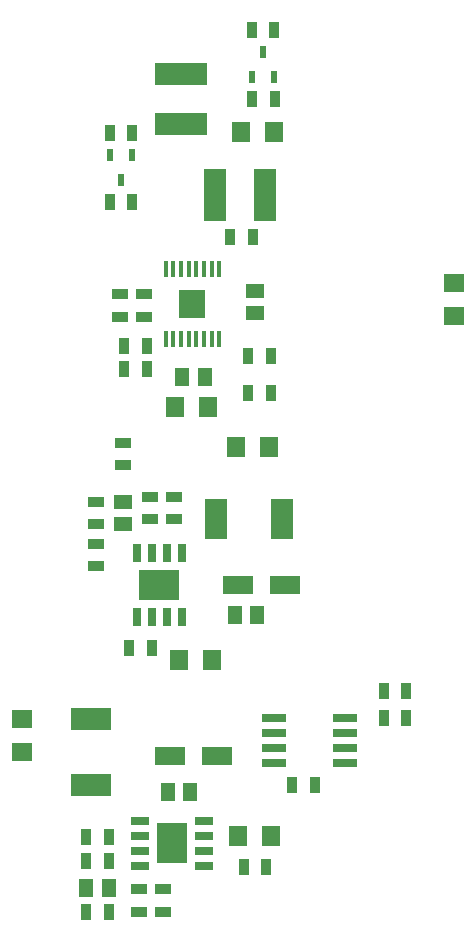
<source format=gbr>
%TF.GenerationSoftware,KiCad,Pcbnew,5.1.10-88a1d61d58~90~ubuntu20.04.1*%
%TF.CreationDate,2021-10-22T14:45:26-03:00*%
%TF.ProjectId,IAuto,49417574-6f2e-46b6-9963-61645f706362,rev?*%
%TF.SameCoordinates,Original*%
%TF.FileFunction,Paste,Top*%
%TF.FilePolarity,Positive*%
%FSLAX46Y46*%
G04 Gerber Fmt 4.6, Leading zero omitted, Abs format (unit mm)*
G04 Created by KiCad (PCBNEW 5.1.10-88a1d61d58~90~ubuntu20.04.1) date 2021-10-22 14:45:26*
%MOMM*%
%LPD*%
G01*
G04 APERTURE LIST*
%ADD10R,1.900000X4.440000*%
%ADD11R,0.450000X1.475000*%
%ADD12R,2.310000X2.460000*%
%ADD13R,0.889000X1.397000*%
%ADD14R,0.599440X1.000760*%
%ADD15R,1.600200X1.803400*%
%ADD16R,1.803400X1.600200*%
%ADD17R,1.850000X3.400000*%
%ADD18R,3.400000X1.850000*%
%ADD19R,0.700000X1.525000*%
%ADD20R,3.450000X2.560000*%
%ADD21R,1.525000X0.700000*%
%ADD22R,2.560000X3.450000*%
%ADD23R,1.397000X0.889000*%
%ADD24R,2.000000X0.711200*%
%ADD25R,4.440000X1.900000*%
%ADD26R,2.500000X1.620000*%
%ADD27R,1.498600X1.300480*%
%ADD28R,1.300480X1.498600*%
G04 APERTURE END LIST*
D10*
%TO.C,F4*%
X150088600Y-58064400D03*
X154338600Y-58064400D03*
%TD*%
D11*
%TO.C,U4*%
X150475000Y-64318000D03*
X149825000Y-64318000D03*
X149175000Y-64318000D03*
X148525000Y-64318000D03*
X147875000Y-64318000D03*
X147225000Y-64318000D03*
X146575000Y-64318000D03*
X145925000Y-64318000D03*
X145925000Y-70194000D03*
X146575000Y-70194000D03*
X147225000Y-70194000D03*
X147875000Y-70194000D03*
X148525000Y-70194000D03*
X149175000Y-70194000D03*
X149825000Y-70194000D03*
X150475000Y-70194000D03*
D12*
X148200000Y-67256000D03*
%TD*%
D13*
%TO.C,R16*%
X151396700Y-61620400D03*
X153301700Y-61620400D03*
%TD*%
D14*
%TO.C,Q3*%
X141209900Y-54665360D03*
X142162400Y-56778640D03*
X143114900Y-54665360D03*
%TD*%
D13*
%TO.C,R17*%
X141209900Y-52801000D03*
X143114900Y-52801000D03*
%TD*%
%TO.C,R19*%
X141209900Y-58643000D03*
X143114900Y-58643000D03*
%TD*%
%TO.C,R29*%
X154825700Y-74777600D03*
X152920700Y-74777600D03*
%TD*%
%TO.C,R28*%
X142422500Y-70800000D03*
X144327500Y-70800000D03*
%TD*%
%TO.C,R27*%
X154827500Y-71700000D03*
X152922500Y-71700000D03*
%TD*%
%TO.C,R26*%
X142422500Y-72750000D03*
X144327500Y-72750000D03*
%TD*%
D15*
%TO.C,C8*%
X151857000Y-79363000D03*
X154651000Y-79363000D03*
%TD*%
D16*
%TO.C,C7*%
X133769100Y-102362000D03*
X133769100Y-105156000D03*
%TD*%
D15*
%TO.C,C2*%
X147031000Y-97397000D03*
X149825000Y-97397000D03*
%TD*%
%TO.C,C1*%
X152097000Y-112285000D03*
X154891000Y-112285000D03*
%TD*%
D17*
%TO.C,J3*%
X155775000Y-85459000D03*
X150225000Y-85459000D03*
%TD*%
D18*
%TO.C,J2*%
X139625600Y-102398000D03*
X139625600Y-107948000D03*
%TD*%
D19*
%TO.C,U3*%
X144770400Y-93759000D03*
X146040400Y-93759000D03*
X143500400Y-93759000D03*
X143500400Y-88335000D03*
D20*
X145405400Y-91047000D03*
D19*
X147310400Y-88335000D03*
X144770400Y-88335000D03*
X146040400Y-88335000D03*
X147310400Y-93759000D03*
%TD*%
D21*
%TO.C,U2*%
X149221000Y-113555000D03*
X149221000Y-112285000D03*
X149221000Y-114825000D03*
X143797000Y-114825000D03*
D22*
X146509000Y-112920000D03*
D21*
X143797000Y-111015000D03*
X143797000Y-113555000D03*
X143797000Y-112285000D03*
X149221000Y-111015000D03*
%TD*%
D23*
%TO.C,R25*%
X142104000Y-68335500D03*
X142104000Y-66430500D03*
%TD*%
%TO.C,R24*%
X144136000Y-68335500D03*
X144136000Y-66430500D03*
%TD*%
D13*
%TO.C,R23*%
X155114500Y-44092000D03*
X153209500Y-44092000D03*
%TD*%
%TO.C,R21*%
X155178000Y-49934000D03*
X153273000Y-49934000D03*
%TD*%
%TO.C,R15*%
X158552500Y-108000000D03*
X156647500Y-108000000D03*
%TD*%
D23*
%TO.C,R14*%
X142341600Y-79006700D03*
X142341600Y-80911700D03*
%TD*%
D13*
%TO.C,R13*%
X141111500Y-118762000D03*
X139206500Y-118762000D03*
%TD*%
D23*
%TO.C,R12*%
X140046000Y-85903500D03*
X140046000Y-83998500D03*
%TD*%
%TO.C,R11*%
X145747000Y-116793500D03*
X145747000Y-118698500D03*
%TD*%
%TO.C,R10*%
X140046000Y-89459500D03*
X140046000Y-87554500D03*
%TD*%
%TO.C,R9*%
X143715000Y-118698500D03*
X143715000Y-116793500D03*
%TD*%
D13*
%TO.C,R8*%
X142849600Y-96367600D03*
X144754600Y-96367600D03*
%TD*%
%TO.C,R7*%
X154446500Y-114952000D03*
X152541500Y-114952000D03*
%TD*%
D23*
%TO.C,R6*%
X146650000Y-83598500D03*
X146650000Y-85503500D03*
%TD*%
%TO.C,R5*%
X144618000Y-85503500D03*
X144618000Y-83598500D03*
%TD*%
D13*
%TO.C,R4*%
X139206500Y-114444000D03*
X141111500Y-114444000D03*
%TD*%
%TO.C,R3*%
X141111500Y-112412000D03*
X139206500Y-112412000D03*
%TD*%
%TO.C,R2*%
X164388500Y-100029000D03*
X166293500Y-100029000D03*
%TD*%
%TO.C,R1*%
X166293500Y-102315000D03*
X164388500Y-102315000D03*
%TD*%
D14*
%TO.C,Q5*%
X155114500Y-48069640D03*
X154162000Y-45956360D03*
X153209500Y-48069640D03*
%TD*%
D24*
%TO.C,Q1*%
X161100000Y-102305000D03*
X161100000Y-103575000D03*
X161100000Y-104845000D03*
X161100000Y-106115000D03*
X155100000Y-106115000D03*
X155100000Y-104845000D03*
X155100000Y-103575000D03*
X155100000Y-102305000D03*
%TD*%
D25*
%TO.C,F3*%
X147193000Y-52061400D03*
X147193000Y-47811400D03*
%TD*%
D16*
%TO.C,F2*%
X170350000Y-68294000D03*
X170350000Y-65500000D03*
%TD*%
D15*
%TO.C,F1*%
X152323800Y-52705000D03*
X155117800Y-52705000D03*
%TD*%
D26*
%TO.C,D2*%
X152016000Y-91047000D03*
X156016000Y-91047000D03*
%TD*%
%TO.C,D1*%
X146287000Y-105554000D03*
X150287000Y-105554000D03*
%TD*%
D27*
%TO.C,C11*%
X153492200Y-66128900D03*
X153492200Y-68033900D03*
%TD*%
D28*
%TO.C,C10*%
X147358100Y-73431400D03*
X149263100Y-73431400D03*
%TD*%
D15*
%TO.C,C9*%
X146685000Y-75996800D03*
X149479000Y-75996800D03*
%TD*%
D28*
%TO.C,C6*%
X153698500Y-93587000D03*
X151793500Y-93587000D03*
%TD*%
%TO.C,C5*%
X146128000Y-108602000D03*
X148033000Y-108602000D03*
%TD*%
D27*
%TO.C,C4*%
X142332000Y-85903500D03*
X142332000Y-83998500D03*
%TD*%
D28*
%TO.C,C3*%
X141111500Y-116730000D03*
X139206500Y-116730000D03*
%TD*%
M02*

</source>
